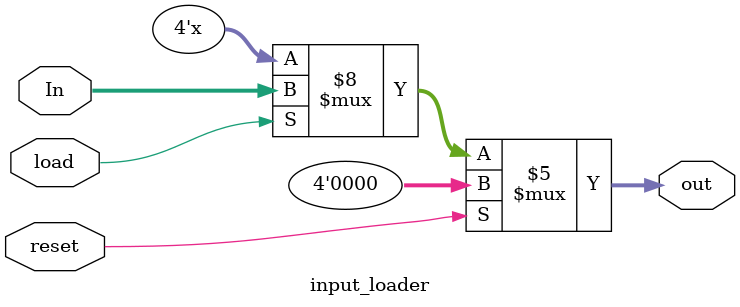
<source format=v>
`timescale 1ns / 1ps


module input_loader(In,out,load,reset);
input [3:0]In;
input load,reset;
output reg [3:0]out;

always@(In,load,reset)
begin
    if(load == 1)
        out = In;
    if(reset == 1)
        out = 4'b0000;
end

endmodule

</source>
